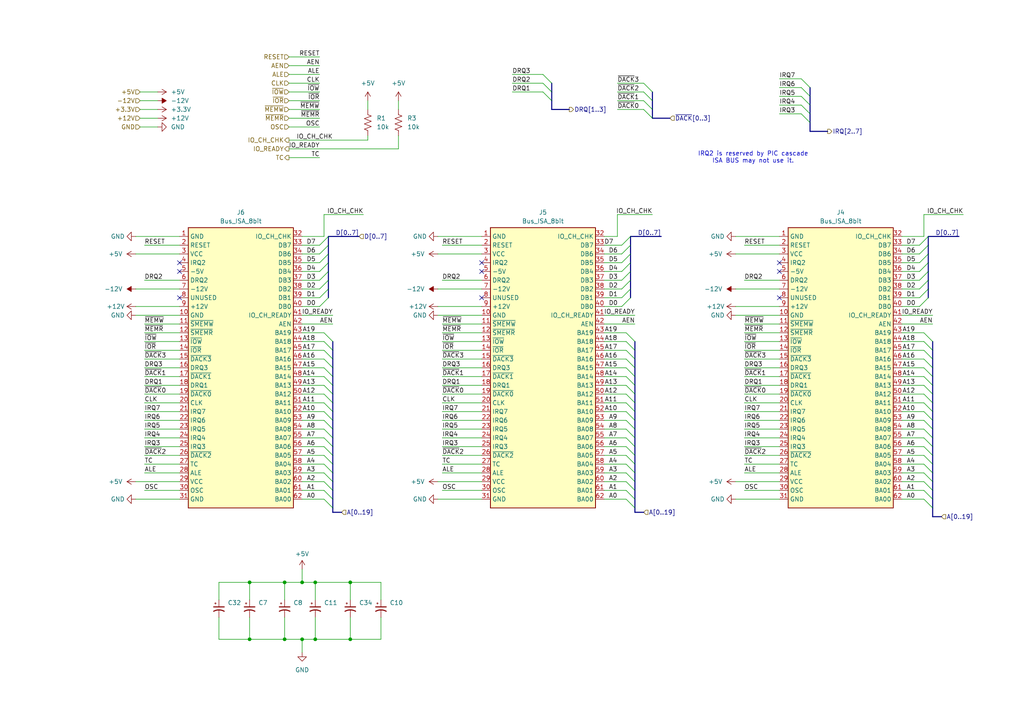
<source format=kicad_sch>
(kicad_sch (version 20231120) (generator "eeschema") (generator_version "8.0")
  (paper "A4")
  (lib_symbols
    (symbol "Custom:Bus_ISA_8bit_Host"
      (property "Reference" "J" (at 0 42.545 0))
      (property "Value" "Bus_ISA_8bit_Host" (at 0 -42.545 0))
      (symbol "Bus_ISA_8bit_Host_0_1"
        (rectangle (start -15.24 40.64) (end 15.24 -40.64) (stroke (width 0.254)) (fill (type background)))
      )
      (symbol "Bus_ISA_8bit_Host_1_1"
        (pin power_in line (at -17.78 38.1 0) (length 2.54) (name "GND") (number "1"))
        (pin power_in line (at -17.78 15.24 0) (length 2.54) (name "GND") (number "10"))
        (pin input line (at -17.78 12.7 0) (length 2.54) (name "~{SMEMW}") (number "11"))
        (pin input line (at -17.78 10.16 0) (length 2.54) (name "~{SMEMR}") (number "12"))
        (pin input line (at -17.78 7.62 0) (length 2.54) (name "~{IOW}") (number "13"))
        (pin input line (at -17.78 5.08 0) (length 2.54) (name "~{IOR}") (number "14"))
        (pin input line (at -17.78 2.54 0) (length 2.54) (name "~{DACK3}") (number "15"))
        (pin tri_state line (at -17.78 0 0) (length 2.54) (name "DRQ3") (number "16"))
        (pin input line (at -17.78 -2.54 0) (length 2.54) (name "~{DACK1}") (number "17"))
        (pin tri_state line (at -17.78 -5.08 0) (length 2.54) (name "DRQ1") (number "18"))
        (pin input line (at -17.78 -7.62 0) (length 2.54) (name "~{DACK0}") (number "19"))
        (pin input line (at -17.78 35.56 0) (length 2.54) (name "RESET") (number "2"))
        (pin input line (at -17.78 -10.16 0) (length 2.54) (name "CLK") (number "20"))
        (pin tri_state line (at -17.78 -12.7 0) (length 2.54) (name "IRQ7") (number "21"))
        (pin tri_state line (at -17.78 -15.24 0) (length 2.54) (name "IRQ6") (number "22"))
        (pin tri_state line (at -17.78 -17.78 0) (length 2.54) (name "IRQ5") (number "23"))
        (pin tri_state line (at -17.78 -20.32 0) (length 2.54) (name "IRQ4") (number "24"))
        (pin tri_state line (at -17.78 -22.86 0) (length 2.54) (name "IRQ3") (number "25"))
        (pin input line (at -17.78 -25.4 0) (length 2.54) (name "~{DACK2}") (number "26"))
        (pin input line (at -17.78 -27.94 0) (length 2.54) (name "TC") (number "27"))
        (pin input line (at -17.78 -30.48 0) (length 2.54) (name "ALE") (number "28"))
        (pin power_in line (at -17.78 -33.02 0) (length 2.54) (name "VCC") (number "29"))
        (pin power_in line (at -17.78 33.02 0) (length 2.54) (name "VCC") (number "3"))
        (pin input line (at -17.78 -35.56 0) (length 2.54) (name "OSC") (number "30"))
        (pin power_in line (at -17.78 -38.1 0) (length 2.54) (name "GND") (number "31"))
        (pin tri_state line (at 17.78 38.1 180) (length 2.54) (name "IO_CH_CHK") (number "32"))
        (pin tri_state line (at 17.78 35.56 180) (length 2.54) (name "DB7") (number "33"))
        (pin tri_state line (at 17.78 33.02 180) (length 2.54) (name "DB6") (number "34"))
        (pin tri_state line (at 17.78 30.48 180) (length 2.54) (name "DB5") (number "35"))
        (pin tri_state line (at 17.78 27.94 180) (length 2.54) (name "DB4") (number "36"))
        (pin tri_state line (at 17.78 25.4 180) (length 2.54) (name "DB3") (number "37"))
        (pin tri_state line (at 17.78 22.86 180) (length 2.54) (name "DB2") (number "38"))
        (pin tri_state line (at 17.78 20.32 180) (length 2.54) (name "DB1") (number "39"))
        (pin tri_state line (at -17.78 30.48 0) (length 2.54) (name "IRQ2") (number "4"))
        (pin tri_state line (at 17.78 17.78 180) (length 2.54) (name "DB0") (number "40"))
        (pin tri_state line (at 17.78 15.24 180) (length 2.54) (name "IO_CH_READY") (number "41"))
        (pin input line (at 17.78 12.7 180) (length 2.54) (name "AEN") (number "42"))
        (pin tri_state line (at 17.78 10.16 180) (length 2.54) (name "BA19") (number "43"))
        (pin tri_state line (at 17.78 7.62 180) (length 2.54) (name "BA18") (number "44"))
        (pin tri_state line (at 17.78 5.08 180) (length 2.54) (name "BA17") (number "45"))
        (pin tri_state line (at 17.78 2.54 180) (length 2.54) (name "BA16") (number "46"))
        (pin tri_state line (at 17.78 0 180) (length 2.54) (name "BA15") (number "47"))
        (pin tri_state line (at 17.78 -2.54 180) (length 2.54) (name "BA14") (number "48"))
        (pin tri_state line (at 17.78 -5.08 180) (length 2.54) (name "BA13") (number "49"))
        (pin power_in line (at -17.78 27.94 0) (length 2.54) (name "-5V") (number "5"))
        (pin tri_state line (at 17.78 -7.62 180) (length 2.54) (name "BA12") (number "50"))
        (pin tri_state line (at 17.78 -10.16 180) (length 2.54) (name "BA11") (number "51"))
        (pin tri_state line (at 17.78 -12.7 180) (length 2.54) (name "BA10") (number "52"))
        (pin tri_state line (at 17.78 -15.24 180) (length 2.54) (name "BA09") (number "53"))
        (pin tri_state line (at 17.78 -17.78 180) (length 2.54) (name "BA08") (number "54"))
        (pin tri_state line (at 17.78 -20.32 180) (length 2.54) (name "BA07") (number "55"))
        (pin tri_state line (at 17.78 -22.86 180) (length 2.54) (name "BA06") (number "56"))
        (pin tri_state line (at 17.78 -25.4 180) (length 2.54) (name "BA05") (number "57"))
        (pin tri_state line (at 17.78 -27.94 180) (length 2.54) (name "BA04") (number "58"))
        (pin tri_state line (at 17.78 -30.48 180) (length 2.54) (name "BA03") (number "59"))
        (pin tri_state line (at -17.78 25.4 0) (length 2.54) (name "DRQ2") (number "6"))
        (pin tri_state line (at 17.78 -33.02 180) (length 2.54) (name "BA02") (number "60"))
        (pin tri_state line (at 17.78 -35.56 180) (length 2.54) (name "BA01") (number "61"))
        (pin tri_state line (at 17.78 -38.1 180) (length 2.54) (name "BA00") (number "62"))
        (pin power_in line (at -17.78 22.86 0) (length 2.54) (name "-12V") (number "7"))
        (pin passive line (at -17.78 20.32 0) (length 2.54) (name "UNUSED") (number "8"))
        (pin power_in line (at -17.78 17.78 0) (length 2.54) (name "+12V") (number "9"))
      )
    )
    (symbol "Device:C_Polarized_Small_US" (pin_numbers hide) (pin_names (offset 0.254) hide)
      (property "Reference" "C" (at 0.254 1.778 0))
      (property "Value" "C_Polarized_Small_US" (at 0.254 -2.032 0))
      (symbol "C_Polarized_Small_US_0_1"
        (polyline (pts (xy -1.524 0.508) (xy 1.524 0.508)) (stroke (width 0.3048)))
        (polyline (pts (xy -1.27 1.524) (xy -0.762 1.524)))
        (polyline (pts (xy -1.016 1.27) (xy -1.016 1.778)))
        (arc (start 1.524 -0.762) (mid 0 -0.3734) (end -1.524 -0.762) (stroke (width 0.3048)))
      )
      (symbol "C_Polarized_Small_US_1_1"
        (pin passive line (at 0 2.54 270) (length 2.032) (name "~") (number "1"))
        (pin passive line (at 0 -2.54 90) (length 2.032) (name "~") (number "2"))
      )
    )
    (symbol "Device:R_US" (pin_numbers hide) (pin_names (offset 0))
      (property "Reference" "R" (at 2.54 0 90))
      (property "Value" "R_US" (at -2.54 0 90))
      (symbol "R_US_0_1"
        (polyline (pts (xy 0 -2.286) (xy 0 -2.54)))
        (polyline (pts (xy 0 2.286) (xy 0 2.54)))
        (polyline (pts (xy 0 -0.762) (xy 1.016 -1.143) (xy 0 -1.524) (xy -1.016 -1.905) (xy 0 -2.286)))
        (polyline (pts (xy 0 0.762) (xy 1.016 0.381) (xy 0 0) (xy -1.016 -0.381) (xy 0 -0.762)))
        (polyline (pts (xy 0 2.286) (xy 1.016 1.905) (xy 0 1.524) (xy -1.016 1.143) (xy 0 0.762)))
      )
      (symbol "R_US_1_1"
        (pin passive line (at 0 3.81 270) (length 1.27) (name "~") (number "1"))
        (pin passive line (at 0 -3.81 90) (length 1.27) (name "~") (number "2"))
      )
    )
    (symbol "power:+12V" (power) (pin_names (offset 0))
      (property "Value" "+12V" (at 0 3.556 0))
      (symbol "+12V_0_1"
        (polyline (pts (xy -0.762 1.27) (xy 0 2.54)))
        (polyline (pts (xy 0 0) (xy 0 2.54)))
        (polyline (pts (xy 0 2.54) (xy 0.762 1.27)))
      )
      (symbol "+12V_1_1"
        (pin power_in line (at 0 0 90) (length 0) hide (name "+12V") (number "1"))
      )
    )
    (symbol "power:+3.3V" (power) (pin_names (offset 0))
      (property "Value" "+3.3V" (at 0 3.556 0))
      (symbol "+3.3V_0_1"
        (polyline (pts (xy -0.762 1.27) (xy 0 2.54)))
        (polyline (pts (xy 0 0) (xy 0 2.54)))
        (polyline (pts (xy 0 2.54) (xy 0.762 1.27)))
      )
      (symbol "+3.3V_1_1"
        (pin power_in line (at 0 0 90) (length 0) hide (name "+3.3V") (number "1"))
      )
    )
    (symbol "power:+5V" (power) (pin_names (offset 0))
      (property "Value" "+5V" (at 0 3.556 0))
      (symbol "+5V_0_1"
        (polyline (pts (xy -0.762 1.27) (xy 0 2.54)))
        (polyline (pts (xy 0 0) (xy 0 2.54)))
        (polyline (pts (xy 0 2.54) (xy 0.762 1.27)))
      )
      (symbol "+5V_1_1"
        (pin power_in line (at 0 0 90) (length 0) hide (name "+5V") (number "1"))
      )
    )
    (symbol "power:-12V" (power) (pin_names (offset 0))
      (property "Value" "-12V" (at 0 3.81 0))
      (symbol "-12V_0_0"
        (pin power_in line (at 0 0 90) (length 0) hide (name "-12V") (number "1"))
      )
      (symbol "-12V_0_1"
        (polyline (pts (xy 0 0) (xy 0 1.27) (xy 0.762 1.27) (xy 0 2.54) (xy -0.762 1.27) (xy 0 1.27)) (fill (type outline)))
      )
    )
    (symbol "power:GND" (power) (pin_names (offset 0))
      (property "Value" "GND" (at 0 -3.81 0))
      (symbol "GND_0_1"
        (polyline (pts (xy 0 0) (xy 0 -1.27) (xy 1.27 -1.27) (xy 0 -2.54) (xy -1.27 -1.27) (xy 0 -1.27)))
      )
      (symbol "GND_1_1"
        (pin power_in line (at 0 0 270) (length 0) hide (name "GND") (number "1"))
      )
    )
  )
  (junction (at 101.6 168.91))
  (junction (at 91.44 185.42))
  (junction (at 72.39 168.91))
  (junction (at 87.63 168.91))
  (junction (at 87.63 185.42))
  (junction (at 91.44 168.91))
  (junction (at 72.39 185.42))
  (junction (at 82.55 185.42))
  (junction (at 101.6 185.42))
  (junction (at 82.55 168.91))
  (no_connect (at 226.06 78.74))
  (no_connect (at 52.07 78.74))
  (no_connect (at 139.7 78.74))
  (no_connect (at 226.06 76.2))
  (no_connect (at 52.07 76.2))
  (no_connect (at 139.7 86.36))
  (no_connect (at 52.07 86.36))
  (no_connect (at 226.06 86.36))
  (no_connect (at 139.7 76.2))
  (bus_entry (at 184.15 101.6) (size -2.54 -2.54))
  (bus_entry (at 96.52 116.84) (size -2.54 -2.54))
  (bus_entry (at 266.7 78.74) (size 2.54 -2.54))
  (bus_entry (at 96.52 142.24) (size -2.54 -2.54))
  (bus_entry (at 184.15 114.3) (size -2.54 -2.54))
  (bus_entry (at 266.7 76.2) (size 2.54 -2.54))
  (bus_entry (at 184.15 109.22) (size -2.54 -2.54))
  (bus_entry (at 270.51 142.24) (size -2.54 -2.54))
  (bus_entry (at 186.69 24.13) (size 2.54 2.54))
  (bus_entry (at 180.34 76.2) (size 2.54 -2.54))
  (bus_entry (at 180.34 83.82) (size 2.54 -2.54))
  (bus_entry (at 96.52 99.06) (size -2.54 -2.54))
  (bus_entry (at 270.51 116.84) (size -2.54 -2.54))
  (bus_entry (at 232.41 27.94) (size 2.54 2.54))
  (bus_entry (at 92.71 81.28) (size 2.54 -2.54))
  (bus_entry (at 270.51 104.14) (size -2.54 -2.54))
  (bus_entry (at 270.51 132.08) (size -2.54 -2.54))
  (bus_entry (at 184.15 121.92) (size -2.54 -2.54))
  (bus_entry (at 270.51 144.78) (size -2.54 -2.54))
  (bus_entry (at 270.51 106.68) (size -2.54 -2.54))
  (bus_entry (at 157.48 21.59) (size 2.54 2.54))
  (bus_entry (at 186.69 29.21) (size 2.54 2.54))
  (bus_entry (at 96.52 109.22) (size -2.54 -2.54))
  (bus_entry (at 184.15 142.24) (size -2.54 -2.54))
  (bus_entry (at 270.51 134.62) (size -2.54 -2.54))
  (bus_entry (at 96.52 144.78) (size -2.54 -2.54))
  (bus_entry (at 184.15 127) (size -2.54 -2.54))
  (bus_entry (at 270.51 139.7) (size -2.54 -2.54))
  (bus_entry (at 184.15 116.84) (size -2.54 -2.54))
  (bus_entry (at 92.71 83.82) (size 2.54 -2.54))
  (bus_entry (at 270.51 121.92) (size -2.54 -2.54))
  (bus_entry (at 157.48 24.13) (size 2.54 2.54))
  (bus_entry (at 184.15 129.54) (size -2.54 -2.54))
  (bus_entry (at 270.51 137.16) (size -2.54 -2.54))
  (bus_entry (at 270.51 119.38) (size -2.54 -2.54))
  (bus_entry (at 96.52 104.14) (size -2.54 -2.54))
  (bus_entry (at 96.52 129.54) (size -2.54 -2.54))
  (bus_entry (at 232.41 33.02) (size 2.54 2.54))
  (bus_entry (at 232.41 30.48) (size 2.54 2.54))
  (bus_entry (at 266.7 81.28) (size 2.54 -2.54))
  (bus_entry (at 180.34 73.66) (size 2.54 -2.54))
  (bus_entry (at 266.7 73.66) (size 2.54 -2.54))
  (bus_entry (at 96.52 124.46) (size -2.54 -2.54))
  (bus_entry (at 184.15 144.78) (size -2.54 -2.54))
  (bus_entry (at 96.52 111.76) (size -2.54 -2.54))
  (bus_entry (at 96.52 132.08) (size -2.54 -2.54))
  (bus_entry (at 270.51 147.32) (size -2.54 -2.54))
  (bus_entry (at 92.71 73.66) (size 2.54 -2.54))
  (bus_entry (at 96.52 127) (size -2.54 -2.54))
  (bus_entry (at 186.69 26.67) (size 2.54 2.54))
  (bus_entry (at 96.52 134.62) (size -2.54 -2.54))
  (bus_entry (at 184.15 124.46) (size -2.54 -2.54))
  (bus_entry (at 184.15 147.32) (size -2.54 -2.54))
  (bus_entry (at 266.7 83.82) (size 2.54 -2.54))
  (bus_entry (at 92.71 78.74) (size 2.54 -2.54))
  (bus_entry (at 96.52 137.16) (size -2.54 -2.54))
  (bus_entry (at 92.71 88.9) (size 2.54 -2.54))
  (bus_entry (at 180.34 81.28) (size 2.54 -2.54))
  (bus_entry (at 270.51 101.6) (size -2.54 -2.54))
  (bus_entry (at 96.52 147.32) (size -2.54 -2.54))
  (bus_entry (at 270.51 124.46) (size -2.54 -2.54))
  (bus_entry (at 184.15 132.08) (size -2.54 -2.54))
  (bus_entry (at 270.51 127) (size -2.54 -2.54))
  (bus_entry (at 96.52 114.3) (size -2.54 -2.54))
  (bus_entry (at 232.41 22.86) (size 2.54 2.54))
  (bus_entry (at 184.15 139.7) (size -2.54 -2.54))
  (bus_entry (at 270.51 129.54) (size -2.54 -2.54))
  (bus_entry (at 92.71 76.2) (size 2.54 -2.54))
  (bus_entry (at 180.34 78.74) (size 2.54 -2.54))
  (bus_entry (at 180.34 86.36) (size 2.54 -2.54))
  (bus_entry (at 184.15 134.62) (size -2.54 -2.54))
  (bus_entry (at 266.7 71.12) (size 2.54 -2.54))
  (bus_entry (at 232.41 25.4) (size 2.54 2.54))
  (bus_entry (at 184.15 104.14) (size -2.54 -2.54))
  (bus_entry (at 184.15 106.68) (size -2.54 -2.54))
  (bus_entry (at 184.15 99.06) (size -2.54 -2.54))
  (bus_entry (at 266.7 88.9) (size 2.54 -2.54))
  (bus_entry (at 184.15 111.76) (size -2.54 -2.54))
  (bus_entry (at 184.15 119.38) (size -2.54 -2.54))
  (bus_entry (at 270.51 114.3) (size -2.54 -2.54))
  (bus_entry (at 157.48 26.67) (size 2.54 2.54))
  (bus_entry (at 266.7 86.36) (size 2.54 -2.54))
  (bus_entry (at 92.71 71.12) (size 2.54 -2.54))
  (bus_entry (at 270.51 99.06) (size -2.54 -2.54))
  (bus_entry (at 180.34 71.12) (size 2.54 -2.54))
  (bus_entry (at 180.34 88.9) (size 2.54 -2.54))
  (bus_entry (at 96.52 119.38) (size -2.54 -2.54))
  (bus_entry (at 96.52 139.7) (size -2.54 -2.54))
  (bus_entry (at 186.69 31.75) (size 2.54 2.54))
  (bus_entry (at 92.71 86.36) (size 2.54 -2.54))
  (bus_entry (at 96.52 121.92) (size -2.54 -2.54))
  (bus_entry (at 184.15 137.16) (size -2.54 -2.54))
  (bus_entry (at 96.52 101.6) (size -2.54 -2.54))
  (bus_entry (at 96.52 106.68) (size -2.54 -2.54))
  (bus_entry (at 270.51 111.76) (size -2.54 -2.54))
  (bus_entry (at 270.51 109.22) (size -2.54 -2.54))
  (wire (pts (xy 63.5 173.99) (xy 63.5 168.91)))
  (wire (pts (xy 128.27 109.22) (xy 139.7 109.22)))
  (wire (pts (xy 83.82 31.75) (xy 92.71 31.75)))
  (bus (pts (xy 184.15 101.6) (xy 184.15 104.14)))
  (wire (pts (xy 181.61 139.7) (xy 175.26 139.7)))
  (bus (pts (xy 95.25 78.74) (xy 95.25 76.2)))
  (wire (pts (xy 63.5 179.07) (xy 63.5 185.42)))
  (wire (pts (xy 181.61 116.84) (xy 175.26 116.84)))
  (bus (pts (xy 270.51 147.32) (xy 270.51 149.86)))
  (wire (pts (xy 128.27 134.62) (xy 139.7 134.62)))
  (wire (pts (xy 226.06 30.48) (xy 232.41 30.48)))
  (wire (pts (xy 267.97 111.76) (xy 261.62 111.76)))
  (wire (pts (xy 91.44 168.91) (xy 101.6 168.91)))
  (wire (pts (xy 128.27 106.68) (xy 139.7 106.68)))
  (wire (pts (xy 72.39 179.07) (xy 72.39 185.42)))
  (wire (pts (xy 175.26 78.74) (xy 180.34 78.74)))
  (wire (pts (xy 93.98 137.16) (xy 87.63 137.16)))
  (bus (pts (xy 182.88 78.74) (xy 182.88 76.2)))
  (wire (pts (xy 87.63 86.36) (xy 92.71 86.36)))
  (bus (pts (xy 234.95 33.02) (xy 234.95 35.56)))
  (wire (pts (xy 93.98 62.23) (xy 105.41 62.23)))
  (wire (pts (xy 175.26 71.12) (xy 180.34 71.12)))
  (wire (pts (xy 226.06 33.02) (xy 232.41 33.02)))
  (wire (pts (xy 41.91 116.84) (xy 52.07 116.84)))
  (wire (pts (xy 83.82 29.21) (xy 92.71 29.21)))
  (bus (pts (xy 270.51 137.16) (xy 270.51 139.7)))
  (wire (pts (xy 181.61 101.6) (xy 175.26 101.6)))
  (wire (pts (xy 261.62 81.28) (xy 266.7 81.28)))
  (wire (pts (xy 93.98 109.22) (xy 87.63 109.22)))
  (bus (pts (xy 270.51 114.3) (xy 270.51 116.84)))
  (bus (pts (xy 96.52 124.46) (xy 96.52 127)))
  (wire (pts (xy 39.37 144.78) (xy 52.07 144.78)))
  (wire (pts (xy 41.91 134.62) (xy 52.07 134.62)))
  (wire (pts (xy 215.9 121.92) (xy 226.06 121.92)))
  (wire (pts (xy 128.27 81.28) (xy 139.7 81.28)))
  (bus (pts (xy 184.15 139.7) (xy 184.15 142.24)))
  (wire (pts (xy 215.9 119.38) (xy 226.06 119.38)))
  (wire (pts (xy 101.6 179.07) (xy 101.6 185.42)))
  (bus (pts (xy 95.25 81.28) (xy 95.25 78.74)))
  (bus (pts (xy 270.51 142.24) (xy 270.51 144.78)))
  (wire (pts (xy 267.97 129.54) (xy 261.62 129.54)))
  (wire (pts (xy 267.97 119.38) (xy 261.62 119.38)))
  (wire (pts (xy 83.82 24.13) (xy 92.71 24.13)))
  (wire (pts (xy 93.98 68.58) (xy 87.63 68.58)))
  (wire (pts (xy 39.37 73.66) (xy 52.07 73.66)))
  (wire (pts (xy 93.98 134.62) (xy 87.63 134.62)))
  (wire (pts (xy 267.97 62.23) (xy 279.4 62.23)))
  (wire (pts (xy 128.27 99.06) (xy 139.7 99.06)))
  (wire (pts (xy 82.55 185.42) (xy 87.63 185.42)))
  (bus (pts (xy 99.06 148.59) (xy 96.52 148.59)))
  (bus (pts (xy 182.88 73.66) (xy 182.88 71.12)))
  (wire (pts (xy 148.59 21.59) (xy 157.48 21.59)))
  (wire (pts (xy 213.36 88.9) (xy 226.06 88.9)))
  (wire (pts (xy 267.97 132.08) (xy 261.62 132.08)))
  (wire (pts (xy 41.91 96.52) (xy 52.07 96.52)))
  (wire (pts (xy 267.97 142.24) (xy 261.62 142.24)))
  (wire (pts (xy 41.91 101.6) (xy 52.07 101.6)))
  (bus (pts (xy 184.15 116.84) (xy 184.15 119.38)))
  (wire (pts (xy 128.27 129.54) (xy 139.7 129.54)))
  (bus (pts (xy 96.52 142.24) (xy 96.52 144.78)))
  (wire (pts (xy 128.27 121.92) (xy 139.7 121.92)))
  (wire (pts (xy 175.26 81.28) (xy 180.34 81.28)))
  (bus (pts (xy 184.15 99.06) (xy 184.15 101.6)))
  (wire (pts (xy 87.63 83.82) (xy 92.71 83.82)))
  (wire (pts (xy 179.07 26.67) (xy 186.69 26.67)))
  (wire (pts (xy 215.9 114.3) (xy 226.06 114.3)))
  (wire (pts (xy 83.82 16.51) (xy 92.71 16.51)))
  (wire (pts (xy 128.27 101.6) (xy 139.7 101.6)))
  (wire (pts (xy 175.26 73.66) (xy 180.34 73.66)))
  (bus (pts (xy 270.51 134.62) (xy 270.51 137.16)))
  (bus (pts (xy 270.51 144.78) (xy 270.51 147.32)))
  (wire (pts (xy 128.27 114.3) (xy 139.7 114.3)))
  (bus (pts (xy 160.02 31.75) (xy 165.1 31.75)))
  (wire (pts (xy 215.9 71.12) (xy 226.06 71.12)))
  (wire (pts (xy 261.62 83.82) (xy 266.7 83.82)))
  (wire (pts (xy 181.61 114.3) (xy 175.26 114.3)))
  (wire (pts (xy 39.37 83.82) (xy 52.07 83.82)))
  (bus (pts (xy 234.95 35.56) (xy 234.95 38.1)))
  (bus (pts (xy 184.15 134.62) (xy 184.15 137.16)))
  (wire (pts (xy 179.07 24.13) (xy 186.69 24.13)))
  (bus (pts (xy 96.52 137.16) (xy 96.52 139.7)))
  (wire (pts (xy 91.44 179.07) (xy 91.44 185.42)))
  (wire (pts (xy 87.63 168.91) (xy 91.44 168.91)))
  (wire (pts (xy 93.98 144.78) (xy 87.63 144.78)))
  (bus (pts (xy 184.15 129.54) (xy 184.15 132.08)))
  (wire (pts (xy 40.64 36.83) (xy 45.72 36.83)))
  (bus (pts (xy 96.52 134.62) (xy 96.52 137.16)))
  (wire (pts (xy 87.63 76.2) (xy 92.71 76.2)))
  (bus (pts (xy 96.52 132.08) (xy 96.52 134.62)))
  (wire (pts (xy 261.62 93.98) (xy 270.51 93.98)))
  (wire (pts (xy 128.27 137.16) (xy 139.7 137.16)))
  (wire (pts (xy 82.55 179.07) (xy 82.55 185.42)))
  (bus (pts (xy 184.15 106.68) (xy 184.15 109.22)))
  (wire (pts (xy 179.07 62.23) (xy 189.23 62.23)))
  (wire (pts (xy 181.61 134.62) (xy 175.26 134.62)))
  (bus (pts (xy 95.25 71.12) (xy 95.25 68.58)))
  (wire (pts (xy 267.97 116.84) (xy 261.62 116.84)))
  (wire (pts (xy 267.97 144.78) (xy 261.62 144.78)))
  (wire (pts (xy 83.82 34.29) (xy 92.71 34.29)))
  (wire (pts (xy 267.97 121.92) (xy 261.62 121.92)))
  (wire (pts (xy 215.9 96.52) (xy 226.06 96.52)))
  (wire (pts (xy 175.26 91.44) (xy 184.15 91.44)))
  (bus (pts (xy 182.88 71.12) (xy 182.88 68.58)))
  (wire (pts (xy 82.55 168.91) (xy 87.63 168.91)))
  (bus (pts (xy 184.15 137.16) (xy 184.15 139.7)))
  (wire (pts (xy 215.9 81.28) (xy 226.06 81.28)))
  (wire (pts (xy 41.91 93.98) (xy 52.07 93.98)))
  (bus (pts (xy 96.52 147.32) (xy 96.52 148.59)))
  (wire (pts (xy 215.9 142.24) (xy 226.06 142.24)))
  (wire (pts (xy 215.9 101.6) (xy 226.06 101.6)))
  (wire (pts (xy 41.91 127) (xy 52.07 127)))
  (wire (pts (xy 83.82 36.83) (xy 92.71 36.83)))
  (wire (pts (xy 128.27 104.14) (xy 139.7 104.14)))
  (wire (pts (xy 91.44 173.99) (xy 91.44 168.91)))
  (wire (pts (xy 40.64 26.67) (xy 45.72 26.67)))
  (wire (pts (xy 93.98 142.24) (xy 87.63 142.24)))
  (bus (pts (xy 184.15 144.78) (xy 184.15 147.32)))
  (wire (pts (xy 215.9 127) (xy 226.06 127)))
  (bus (pts (xy 96.52 114.3) (xy 96.52 116.84)))
  (wire (pts (xy 215.9 99.06) (xy 226.06 99.06)))
  (wire (pts (xy 179.07 31.75) (xy 186.69 31.75)))
  (bus (pts (xy 270.51 121.92) (xy 270.51 124.46)))
  (wire (pts (xy 226.06 27.94) (xy 232.41 27.94)))
  (wire (pts (xy 226.06 25.4) (xy 232.41 25.4)))
  (wire (pts (xy 127 144.78) (xy 139.7 144.78)))
  (wire (pts (xy 128.27 132.08) (xy 139.7 132.08)))
  (bus (pts (xy 191.77 68.58) (xy 182.88 68.58)))
  (wire (pts (xy 267.97 68.58) (xy 261.62 68.58)))
  (bus (pts (xy 184.15 119.38) (xy 184.15 121.92)))
  (bus (pts (xy 184.15 132.08) (xy 184.15 134.62)))
  (wire (pts (xy 181.61 109.22) (xy 175.26 109.22)))
  (wire (pts (xy 41.91 114.3) (xy 52.07 114.3)))
  (wire (pts (xy 261.62 88.9) (xy 266.7 88.9)))
  (wire (pts (xy 41.91 81.28) (xy 52.07 81.28)))
  (wire (pts (xy 115.57 43.18) (xy 115.57 39.37)))
  (bus (pts (xy 184.15 147.32) (xy 184.15 148.59)))
  (wire (pts (xy 82.55 173.99) (xy 82.55 168.91)))
  (wire (pts (xy 181.61 142.24) (xy 175.26 142.24)))
  (wire (pts (xy 93.98 99.06) (xy 87.63 99.06)))
  (wire (pts (xy 213.36 68.58) (xy 226.06 68.58)))
  (wire (pts (xy 127 73.66) (xy 139.7 73.66)))
  (bus (pts (xy 269.24 81.28) (xy 269.24 78.74)))
  (wire (pts (xy 93.98 104.14) (xy 87.63 104.14)))
  (wire (pts (xy 215.9 129.54) (xy 226.06 129.54)))
  (wire (pts (xy 93.98 127) (xy 87.63 127)))
  (wire (pts (xy 110.49 173.99) (xy 110.49 168.91)))
  (bus (pts (xy 184.15 142.24) (xy 184.15 144.78)))
  (wire (pts (xy 106.68 40.64) (xy 106.68 39.37)))
  (bus (pts (xy 96.52 129.54) (xy 96.52 132.08)))
  (wire (pts (xy 267.97 114.3) (xy 261.62 114.3)))
  (wire (pts (xy 215.9 124.46) (xy 226.06 124.46)))
  (wire (pts (xy 83.82 21.59) (xy 92.71 21.59)))
  (bus (pts (xy 160.02 29.21) (xy 160.02 31.75)))
  (bus (pts (xy 184.15 111.76) (xy 184.15 114.3)))
  (wire (pts (xy 175.26 86.36) (xy 180.34 86.36)))
  (bus (pts (xy 184.15 109.22) (xy 184.15 111.76)))
  (wire (pts (xy 41.91 106.68) (xy 52.07 106.68)))
  (bus (pts (xy 186.69 148.59) (xy 184.15 148.59)))
  (wire (pts (xy 40.64 34.29) (xy 45.72 34.29)))
  (bus (pts (xy 184.15 121.92) (xy 184.15 124.46)))
  (wire (pts (xy 63.5 168.91) (xy 72.39 168.91)))
  (wire (pts (xy 87.63 81.28) (xy 92.71 81.28)))
  (wire (pts (xy 39.37 68.58) (xy 52.07 68.58)))
  (wire (pts (xy 179.07 62.23) (xy 179.07 68.58)))
  (bus (pts (xy 270.51 119.38) (xy 270.51 121.92)))
  (wire (pts (xy 101.6 185.42) (xy 110.49 185.42)))
  (bus (pts (xy 234.95 38.1) (xy 240.03 38.1)))
  (wire (pts (xy 93.98 132.08) (xy 87.63 132.08)))
  (wire (pts (xy 267.97 99.06) (xy 261.62 99.06)))
  (wire (pts (xy 40.64 31.75) (xy 45.72 31.75)))
  (bus (pts (xy 269.24 73.66) (xy 269.24 71.12)))
  (wire (pts (xy 41.91 129.54) (xy 52.07 129.54)))
  (wire (pts (xy 128.27 142.24) (xy 139.7 142.24)))
  (wire (pts (xy 215.9 111.76) (xy 226.06 111.76)))
  (wire (pts (xy 41.91 111.76) (xy 52.07 111.76)))
  (bus (pts (xy 270.51 127) (xy 270.51 129.54)))
  (wire (pts (xy 181.61 144.78) (xy 175.26 144.78)))
  (wire (pts (xy 181.61 132.08) (xy 175.26 132.08)))
  (wire (pts (xy 213.36 73.66) (xy 226.06 73.66)))
  (bus (pts (xy 234.95 27.94) (xy 234.95 30.48)))
  (wire (pts (xy 115.57 29.21) (xy 115.57 31.75)))
  (bus (pts (xy 278.13 68.58) (xy 269.24 68.58)))
  (wire (pts (xy 267.97 124.46) (xy 261.62 124.46)))
  (bus (pts (xy 184.15 114.3) (xy 184.15 116.84)))
  (bus (pts (xy 95.25 83.82) (xy 95.25 81.28)))
  (wire (pts (xy 93.98 129.54) (xy 87.63 129.54)))
  (wire (pts (xy 41.91 121.92) (xy 52.07 121.92)))
  (bus (pts (xy 270.51 99.06) (xy 270.51 101.6)))
  (bus (pts (xy 189.23 31.75) (xy 189.23 34.29)))
  (bus (pts (xy 234.95 25.4) (xy 234.95 27.94)))
  (wire (pts (xy 93.98 116.84) (xy 87.63 116.84)))
  (wire (pts (xy 41.91 104.14) (xy 52.07 104.14)))
  (bus (pts (xy 269.24 78.74) (xy 269.24 76.2)))
  (wire (pts (xy 267.97 62.23) (xy 267.97 68.58)))
  (wire (pts (xy 93.98 119.38) (xy 87.63 119.38)))
  (wire (pts (xy 148.59 24.13) (xy 157.48 24.13)))
  (wire (pts (xy 72.39 185.42) (xy 82.55 185.42)))
  (wire (pts (xy 101.6 168.91) (xy 110.49 168.91)))
  (wire (pts (xy 93.98 101.6) (xy 87.63 101.6)))
  (wire (pts (xy 128.27 124.46) (xy 139.7 124.46)))
  (bus (pts (xy 96.52 104.14) (xy 96.52 106.68)))
  (wire (pts (xy 261.62 76.2) (xy 266.7 76.2)))
  (bus (pts (xy 96.52 121.92) (xy 96.52 124.46)))
  (wire (pts (xy 127 139.7) (xy 139.7 139.7)))
  (bus (pts (xy 96.52 127) (xy 96.52 129.54)))
  (wire (pts (xy 101.6 173.99) (xy 101.6 168.91)))
  (wire (pts (xy 267.97 101.6) (xy 261.62 101.6)))
  (wire (pts (xy 83.82 40.64) (xy 106.68 40.64)))
  (wire (pts (xy 87.63 185.42) (xy 91.44 185.42)))
  (wire (pts (xy 215.9 132.08) (xy 226.06 132.08)))
  (wire (pts (xy 127 88.9) (xy 139.7 88.9)))
  (wire (pts (xy 226.06 22.86) (xy 232.41 22.86)))
  (bus (pts (xy 96.52 101.6) (xy 96.52 104.14)))
  (wire (pts (xy 40.64 29.21) (xy 45.72 29.21)))
  (wire (pts (xy 83.82 26.67) (xy 92.71 26.67)))
  (bus (pts (xy 270.51 139.7) (xy 270.51 142.24)))
  (wire (pts (xy 93.98 121.92) (xy 87.63 121.92)))
  (wire (pts (xy 261.62 91.44) (xy 270.51 91.44)))
  (wire (pts (xy 87.63 91.44) (xy 96.52 91.44)))
  (wire (pts (xy 87.63 185.42) (xy 87.63 189.23)))
  (wire (pts (xy 41.91 99.06) (xy 52.07 99.06)))
  (wire (pts (xy 128.27 111.76) (xy 139.7 111.76)))
  (wire (pts (xy 83.82 19.05) (xy 92.71 19.05)))
  (bus (pts (xy 96.52 106.68) (xy 96.52 109.22)))
  (wire (pts (xy 87.63 88.9) (xy 92.71 88.9)))
  (bus (pts (xy 182.88 86.36) (xy 182.88 83.82)))
  (wire (pts (xy 213.36 139.7) (xy 226.06 139.7)))
  (bus (pts (xy 95.25 73.66) (xy 95.25 71.12)))
  (wire (pts (xy 128.27 116.84) (xy 139.7 116.84)))
  (wire (pts (xy 91.44 185.42) (xy 101.6 185.42)))
  (wire (pts (xy 41.91 137.16) (xy 52.07 137.16)))
  (wire (pts (xy 87.63 93.98) (xy 96.52 93.98)))
  (wire (pts (xy 127 91.44) (xy 139.7 91.44)))
  (wire (pts (xy 175.26 83.82) (xy 180.34 83.82)))
  (bus (pts (xy 96.52 99.06) (xy 96.52 101.6)))
  (wire (pts (xy 128.27 119.38) (xy 139.7 119.38)))
  (wire (pts (xy 267.97 106.68) (xy 261.62 106.68)))
  (wire (pts (xy 128.27 127) (xy 139.7 127)))
  (wire (pts (xy 261.62 71.12) (xy 266.7 71.12)))
  (bus (pts (xy 95.25 86.36) (xy 95.25 83.82)))
  (wire (pts (xy 127 68.58) (xy 139.7 68.58)))
  (wire (pts (xy 267.97 104.14) (xy 261.62 104.14)))
  (wire (pts (xy 93.98 62.23) (xy 93.98 68.58)))
  (wire (pts (xy 179.07 29.21) (xy 186.69 29.21)))
  (bus (pts (xy 270.51 116.84) (xy 270.51 119.38)))
  (wire (pts (xy 93.98 111.76) (xy 87.63 111.76)))
  (bus (pts (xy 160.02 26.67) (xy 160.02 29.21)))
  (wire (pts (xy 215.9 104.14) (xy 226.06 104.14)))
  (wire (pts (xy 39.37 88.9) (xy 52.07 88.9)))
  (bus (pts (xy 160.02 24.13) (xy 160.02 26.67)))
  (bus (pts (xy 270.51 101.6) (xy 270.51 104.14)))
  (wire (pts (xy 175.26 93.98) (xy 184.15 93.98)))
  (wire (pts (xy 267.97 139.7) (xy 261.62 139.7)))
  (bus (pts (xy 270.51 132.08) (xy 270.51 134.62)))
  (bus (pts (xy 96.52 109.22) (xy 96.52 111.76)))
  (bus (pts (xy 269.24 83.82) (xy 269.24 81.28)))
  (wire (pts (xy 181.61 96.52) (xy 175.26 96.52)))
  (wire (pts (xy 181.61 127) (xy 175.26 127)))
  (wire (pts (xy 213.36 83.82) (xy 226.06 83.82)))
  (wire (pts (xy 181.61 111.76) (xy 175.26 111.76)))
  (wire (pts (xy 41.91 119.38) (xy 52.07 119.38)))
  (bus (pts (xy 96.52 111.76) (xy 96.52 114.3)))
  (bus (pts (xy 270.51 111.76) (xy 270.51 114.3)))
  (wire (pts (xy 215.9 109.22) (xy 226.06 109.22)))
  (wire (pts (xy 267.97 137.16) (xy 261.62 137.16)))
  (wire (pts (xy 93.98 96.52) (xy 87.63 96.52)))
  (wire (pts (xy 179.07 68.58) (xy 175.26 68.58)))
  (wire (pts (xy 63.5 185.42) (xy 72.39 185.42)))
  (bus (pts (xy 95.25 76.2) (xy 95.25 73.66)))
  (bus (pts (xy 270.51 124.46) (xy 270.51 127)))
  (wire (pts (xy 39.37 139.7) (xy 52.07 139.7)))
  (wire (pts (xy 87.63 165.1) (xy 87.63 168.91)))
  (wire (pts (xy 181.61 106.68) (xy 175.26 106.68)))
  (wire (pts (xy 213.36 91.44) (xy 226.06 91.44)))
  (wire (pts (xy 72.39 173.99) (xy 72.39 168.91)))
  (bus (pts (xy 269.24 86.36) (xy 269.24 83.82)))
  (wire (pts (xy 181.61 124.46) (xy 175.26 124.46)))
  (bus (pts (xy 189.23 34.29) (xy 194.31 34.29)))
  (bus (pts (xy 182.88 83.82) (xy 182.88 81.28)))
  (bus (pts (xy 269.24 71.12) (xy 269.24 68.58)))
  (bus (pts (xy 189.23 26.67) (xy 189.23 29.21)))
  (wire (pts (xy 83.82 45.72) (xy 92.71 45.72)))
  (bus (pts (xy 96.52 119.38) (xy 96.52 121.92)))
  (wire (pts (xy 128.27 93.98) (xy 139.7 93.98)))
  (wire (pts (xy 72.39 168.91) (xy 82.55 168.91)))
  (wire (pts (xy 267.97 96.52) (xy 261.62 96.52)))
  (wire (pts (xy 87.63 78.74) (xy 92.71 78.74)))
  (wire (pts (xy 215.9 93.98) (xy 226.06 93.98)))
  (wire (pts (xy 128.27 71.12) (xy 139.7 71.12)))
  (bus (pts (xy 189.23 29.21) (xy 189.23 31.75)))
  (wire (pts (xy 267.97 134.62) (xy 261.62 134.62)))
  (wire (pts (xy 181.61 99.06) (xy 175.26 99.06)))
  (wire (pts (xy 215.9 137.16) (xy 226.06 137.16)))
  (wire (pts (xy 261.62 73.66) (xy 266.7 73.66)))
  (wire (pts (xy 106.68 29.21) (xy 106.68 31.75)))
  (wire (pts (xy 41.91 109.22) (xy 52.07 109.22)))
  (wire (pts (xy 41.91 124.46) (xy 52.07 124.46)))
  (bus (pts (xy 96.52 116.84) (xy 96.52 119.38)))
  (bus (pts (xy 270.51 104.14) (xy 270.51 106.68)))
  (bus (pts (xy 182.88 81.28) (xy 182.88 78.74)))
  (wire (pts (xy 39.37 91.44) (xy 52.07 91.44)))
  (wire (pts (xy 181.61 121.92) (xy 175.26 121.92)))
  (bus (pts (xy 184.15 124.46) (xy 184.15 127)))
  (wire (pts (xy 267.97 109.22) (xy 261.62 109.22)))
  (bus (pts (xy 184.15 127) (xy 184.15 129.54)))
  (wire (pts (xy 148.59 26.67) (xy 157.48 26.67)))
  (wire (pts (xy 128.27 96.52) (xy 139.7 96.52)))
  (wire (pts (xy 127 83.82) (xy 139.7 83.82)))
  (wire (pts (xy 93.98 106.68) (xy 87.63 106.68)))
  (wire (pts (xy 175.26 76.2) (xy 180.34 76.2)))
  (wire (pts (xy 181.61 119.38) (xy 175.26 119.38)))
  (wire (pts (xy 213.36 144.78) (xy 226.06 144.78)))
  (wire (pts (xy 87.63 71.12) (xy 92.71 71.12)))
  (wire (pts (xy 181.61 129.54) (xy 175.26 129.54)))
  (wire (pts (xy 93.98 139.7) (xy 87.63 139.7)))
  (wire (pts (xy 267.97 127) (xy 261.62 127)))
  (wire (pts (xy 215.9 106.68) (xy 226.06 106.68)))
  (bus (pts (xy 273.05 149.86) (xy 270.51 149.86)))
  (bus (pts (xy 96.52 144.78) (xy 96.52 147.32)))
  (wire (pts (xy 41.91 142.24) (xy 52.07 142.24)))
  (bus (pts (xy 270.51 106.68) (xy 270.51 109.22)))
  (bus (pts (xy 270.51 109.22) (xy 270.51 111.76)))
  (wire (pts (xy 83.82 43.18) (xy 115.57 43.18)))
  (wire (pts (xy 41.91 132.08) (xy 52.07 132.08)))
  (wire (pts (xy 93.98 114.3) (xy 87.63 114.3)))
  (bus (pts (xy 270.51 129.54) (xy 270.51 132.08)))
  (wire (pts (xy 261.62 86.36) (xy 266.7 86.36)))
  (bus (pts (xy 269.24 76.2) (xy 269.24 73.66)))
  (wire (pts (xy 87.63 73.66) (xy 92.71 73.66)))
  (wire (pts (xy 110.49 179.07) (xy 110.49 185.42)))
  (bus (pts (xy 96.52 139.7) (xy 96.52 142.24)))
  (wire (pts (xy 175.26 88.9) (xy 180.34 88.9)))
  (wire (pts (xy 181.61 137.16) (xy 175.26 137.16)))
  (bus (pts (xy 104.14 68.58) (xy 95.25 68.58)))
  (wire (pts (xy 41.91 71.12) (xy 52.07 71.12)))
  (bus (pts (xy 234.95 30.48) (xy 234.95 33.02)))
  (wire (pts (xy 215.9 116.84) (xy 226.06 116.84)))
  (bus (pts (xy 182.88 76.2) (xy 182.88 73.66)))
  (wire (pts (xy 93.98 124.46) (xy 87.63 124.46)))
  (bus (pts (xy 184.15 104.14) (xy 184.15 106.68)))
  (wire (pts (xy 215.9 134.62) (xy 226.06 134.62)))
  (wire (pts (xy 261.62 78.74) (xy 266.7 78.74)))
  (wire (pts (xy 181.61 104.14) (xy 175.26 104.14)))
  (text "IRQ2 is reserved by PIC cascade\nISA BUS may not use it." (at 218.44 45.72 0) (effects (font (size 1.27 1.27))))
  (label "A19" (at 91.44 96.52 180))
  (label "~{DACK}3" (at 41.91 104.14 0))
  (label "~{MEMW}" (at 92.71 31.75 180))
  (label "IRQ6" (at 215.9 121.92 0))
  (label "RESET" (at 215.9 71.12 0))
  (label "AEN" (at 92.71 19.05 180))
  (label "~{IOR}" (at 215.9 101.6 0))
  (label "A6" (at 265.43 129.54 180))
  (label "A14" (at 265.43 109.22 180))
  (label "A11" (at 91.44 116.84 180))
  (label "DRQ2" (at 148.59 24.13 0))
  (label "IO_READY" (at 92.71 43.18 180))
  (label "IRQ6" (at 41.91 121.92 0))
  (label "~{IOW}" (at 41.91 99.06 0))
  (label "TC" (at 41.91 134.62 0))
  (label "IO_CH_CHK" (at 279.4 62.23 180))
  (label "A12" (at 179.07 114.3 180))
  (label "ALE" (at 41.91 137.16 0))
  (label "A8" (at 179.07 124.46 180))
  (label "ALE" (at 215.9 137.16 0))
  (label "A9" (at 265.43 121.92 180))
  (label "D[0..7]" (at 191.77 68.58 180))
  (label "D5" (at 88.9 76.2 0))
  (label "AEN" (at 96.52 93.98 180))
  (label "D1" (at 176.53 86.36 0))
  (label "D[0..7]" (at 104.14 68.58 180))
  (label "~{MEMR}" (at 215.9 96.52 0))
  (label "IRQ7" (at 128.27 119.38 0))
  (label "A16" (at 265.43 104.14 180))
  (label "IO_CH_CHK" (at 96.52 40.64 180))
  (label "A14" (at 179.07 109.22 180))
  (label "A9" (at 91.44 121.92 180))
  (label "A3" (at 91.44 137.16 180))
  (label "D6" (at 176.53 73.66 0))
  (label "ALE" (at 92.71 21.59 180))
  (label "A8" (at 91.44 124.46 180))
  (label "A18" (at 265.43 99.06 180))
  (label "D1" (at 88.9 86.36 0))
  (label "A9" (at 179.07 121.92 180))
  (label "IRQ4" (at 41.91 127 0))
  (label "DRQ2" (at 41.91 81.28 0))
  (label "IRQ4" (at 226.06 30.48 0))
  (label "OSC" (at 92.71 36.83 180))
  (label "~{DACK}2" (at 41.91 132.08 0))
  (label "~{IOW}" (at 92.71 26.67 180))
  (label "A1" (at 265.43 142.24 180))
  (label "D6" (at 88.9 73.66 0))
  (label "A5" (at 265.43 132.08 180))
  (label "D0" (at 176.53 88.9 0))
  (label "RESET" (at 128.27 71.12 0))
  (label "A0" (at 91.44 144.78 180))
  (label "IRQ6" (at 128.27 121.92 0))
  (label "DRQ1" (at 215.9 111.76 0))
  (label "~{MEMW}" (at 215.9 93.98 0))
  (label "D6" (at 262.89 73.66 0))
  (label "A10" (at 179.07 119.38 180))
  (label "A7" (at 265.43 127 180))
  (label "IRQ3" (at 226.06 33.02 0))
  (label "D4" (at 88.9 78.74 0))
  (label "~{DACK}1" (at 179.07 29.21 0))
  (label "DRQ1" (at 41.91 111.76 0))
  (label "D0" (at 88.9 88.9 0))
  (label "A16" (at 91.44 104.14 180))
  (label "D0" (at 262.89 88.9 0))
  (label "A2" (at 91.44 139.7 180))
  (label "D[0..7]" (at 278.13 68.58 180))
  (label "~{MEMW}" (at 128.27 93.98 0))
  (label "DRQ3" (at 128.27 106.68 0))
  (label "~{DACK}0" (at 179.07 31.75 0))
  (label "A0" (at 265.43 144.78 180))
  (label "A13" (at 179.07 111.76 180))
  (label "IRQ5" (at 226.06 27.94 0))
  (label "D2" (at 176.53 83.82 0))
  (label "D3" (at 176.53 81.28 0))
  (label "A3" (at 179.07 137.16 180))
  (label "~{DACK}1" (at 215.9 109.22 0))
  (label "TC" (at 92.71 45.72 180))
  (label "A18" (at 179.07 99.06 180))
  (label "~{IOW}" (at 128.27 99.06 0))
  (label "OSC" (at 128.27 142.24 0))
  (label "A15" (at 91.44 106.68 180))
  (label "A8" (at 265.43 124.46 180))
  (label "AEN" (at 270.51 93.98 180))
  (label "D2" (at 88.9 83.82 0))
  (label "A6" (at 91.44 129.54 180))
  (label "IO_CH_CHK" (at 189.23 62.23 180))
  (label "A18" (at 91.44 99.06 180))
  (label "~{DACK}3" (at 179.07 24.13 0))
  (label "A2" (at 179.07 139.7 180))
  (label "D5" (at 176.53 76.2 0))
  (label "~{DACK}3" (at 215.9 104.14 0))
  (label "IRQ3" (at 128.27 129.54 0))
  (label "A5" (at 91.44 132.08 180))
  (label "~{DACK}3" (at 128.27 104.14 0))
  (label "IRQ7" (at 41.91 119.38 0))
  (label "D7" (at 175.26 71.12 0))
  (label "D4" (at 262.89 78.74 0))
  (label "~{DACK}0" (at 41.91 114.3 0))
  (label "A11" (at 179.07 116.84 180))
  (label "~{DACK}2" (at 179.07 26.67 0))
  (label "RESET" (at 41.91 71.12 0))
  (label "IRQ4" (at 128.27 127 0))
  (label "~{MEMW}" (at 41.91 93.98 0))
  (label "RESET" (at 92.71 16.51 180))
  (label "D2" (at 262.89 83.82 0))
  (label "A5" (at 179.07 132.08 180))
  (label "A4" (at 265.43 134.62 180))
  (label "IO_READY" (at 270.51 91.44 180))
  (label "ALE" (at 128.27 137.16 0))
  (label "A7" (at 91.44 127 180))
  (label "~{MEMR}" (at 92.71 34.29 180))
  (label "DRQ1" (at 128.27 111.76 0))
  (label "A19" (at 179.07 96.52 180))
  (label "A11" (at 265.43 116.84 180))
  (label "D7" (at 262.89 71.12 0))
  (label "~{IOR}" (at 41.91 101.6 0))
  (label "IO_CH_CHK" (at 105.41 62.23 180))
  (label "D1" (at 262.89 86.36 0))
  (label "~{DACK}1" (at 128.27 109.22 0))
  (label "A10" (at 91.44 119.38 180))
  (label "IO_READY" (at 96.52 91.44 180))
  (label "A17" (at 179.07 101.6 180))
  (label "IRQ7" (at 226.06 22.86 0))
  (label "~{DACK}0" (at 128.27 114.3 0))
  (label "A0" (at 179.07 144.78 180))
  (label "~{DACK}0" (at 215.9 114.3 0))
  (label "CLK" (at 215.9 116.84 0))
  (label "A17" (at 91.44 101.6 180))
  (label "A3" (at 265.43 137.16 180))
  (label "D3" (at 262.89 81.28 0))
  (label "A13" (at 91.44 111.76 180))
  (label "D4" (at 176.53 78.74 0))
  (label "CLK" (at 41.91 116.84 0))
  (label "A2" (at 265.43 139.7 180))
  (label "A15" (at 179.07 106.68 180))
  (label "~{IOW}" (at 215.9 99.06 0))
  (label "IRQ3" (at 41.91 129.54 0))
  (label "IRQ3" (at 215.9 129.54 0))
  (label "IRQ5" (at 41.91 124.46 0))
  (label "DRQ2" (at 128.27 81.28 0))
  (label "IO_READY" (at 184.15 91.44 180))
  (label "~{IOR}" (at 128.27 101.6 0))
  (label "A6" (at 179.07 129.54 180))
  (label "DRQ3" (at 215.9 106.68 0))
  (label "OSC" (at 215.9 142.24 0))
  (label "~{MEMR}" (at 128.27 96.52 0))
  (label "A12" (at 91.44 114.3 180))
  (label "IRQ4" (at 215.9 127 0))
  (label "A17" (at 265.43 101.6 180))
  (label "A15" (at 265.43 106.68 180))
  (label "~{IOR}" (at 92.71 29.21 180))
  (label "A14" (at 91.44 109.22 180))
  (label "A10" (at 265.43 119.38 180))
  (label "DRQ3" (at 148.59 21.59 0))
  (label "CLK" (at 92.71 24.13 180))
  (label "A4" (at 179.07 134.62 180))
  (label "DRQ1" (at 148.59 26.67 0))
  (label "A7" (at 179.07 127 180))
  (label "IRQ5" (at 128.27 124.46 0))
  (label "IRQ6" (at 226.06 25.4 0))
  (label "D7" (at 88.9 71.12 0))
  (label "DRQ2" (at 215.9 81.28 0))
  (label "~{DACK}2" (at 215.9 132.08 0))
  (label "~{DACK}2" (at 128.27 132.08 0))
  (label "D3" (at 88.9 81.28 0))
  (label "~{MEMR}" (at 41.91 96.52 0))
  (label "A13" (at 265.43 111.76 180))
  (label "A12" (at 265.43 114.3 180))
  (label "IRQ7" (at 215.9 119.38 0))
  (label "IRQ5" (at 215.9 124.46 0))
  (label "A1" (at 91.44 142.24 180))
  (label "OSC" (at 41.91 142.24 0))
  (label "~{DACK}1" (at 41.91 109.22 0))
  (label "A19" (at 265.43 96.52 180))
  (label "A16" (at 179.07 104.14 180))
  (label "DRQ3" (at 41.91 106.68 0))
  (label "TC" (at 215.9 134.62 0))
  (label "AEN" (at 184.15 93.98 180))
  (label "A4" (at 91.44 134.62 180))
  (label "TC" (at 128.27 134.62 0))
  (label "A1" (at 179.07 142.24 180))
  (label "CLK" (at 128.27 116.84 0))
  (label "D5" (at 262.89 76.2 0))
  (hierarchical_label "TC" (shape output) (at 83.82 45.72 180))
  (hierarchical_label "~{IOW}" (shape input) (at 83.82 26.67 180))
  (hierarchical_label "A[0..19]" (shape input) (at 186.69 148.59 0))
  (hierarchical_label "AEN" (shape input) (at 83.82 19.05 180))
  (hierarchical_label "IRQ[2..7]" (shape output) (at 240.03 38.1 0))
  (hierarchical_label "+12V" (shape input) (at 40.64 34.29 180))
  (hierarchical_label "OSC" (shape input) (at 83.82 36.83 180))
  (hierarchical_label "~{IOR}" (shape input) (at 83.82 29.21 180))
  (hierarchical_label "GND" (shape input) (at 40.64 36.83 180))
  (hierarchical_label "CLK" (shape input) (at 83.82 24.13 180))
  (hierarchical_label "ALE" (shape input) (at 83.82 21.59 180))
  (hierarchical_label "IO_CH_CHK" (shape output) (at 83.82 40.64 180))
  (hierarchical_label "+3.3V" (shape input) (at 40.64 31.75 180))
  (hierarchical_label "-12V" (shape input) (at 40.64 29.21 180))
  (hierarchical_label "~{DACK}[0..3]" (shape input) (at 194.31 34.29 0))
  (hierarchical_label "DRQ[1..3]" (shape output) (at 165.1 31.75 0))
  (hierarchical_label "IO_READY" (shape output) (at 83.82 43.18 180))
  (hierarchical_label "D[0..7]" (shape input) (at 104.14 68.58 0))
  (hierarchical_label "~{MEMR}" (shape input) (at 83.82 34.29 180))
  (hierarchical_label "RESET" (shape input) (at 83.82 16.51 180))
  (hierarchical_label "+5V" (shape input) (at 40.64 26.67 180))
  (hierarchical_label "~{MEMW}" (shape input) (at 83.82 31.75 180))
  (hierarchical_label "A[0..19]" (shape input) (at 99.06 148.59 0))
  (hierarchical_label "A[0..19]" (shape input) (at 273.05 149.86 0))
  (symbol (lib_id "power:GND") (at 87.63 189.23 0) (unit 1)
    (property "Reference" "#PWR0213" (effects (hide yes)))
    (property "Value" "GND" (at 87.63 194.31 0))
  )
  (symbol (lib_id "power:+12V") (at 127 88.9 90) (unit 1)
    (property "Reference" "#PWR0185" (effects (hide yes)))
    (property "Value" "+12V" (at 123.825 88.9 90) (effects (justify left)))
  )
  (symbol (lib_id "power:+5V") (at 213.36 73.66 90) (unit 1)
    (property "Reference" "#PWR0180" (effects (hide yes)))
    (property "Value" "+5V" (at 209.55 73.66 90) (effects (justify left)))
  )
  (symbol (lib_id "Device:R_US") (at 115.57 35.56 0) (unit 1)
    (property "Reference" "R3" (at 118.11 34.2899 0) (effects (justify left)))
    (property "Value" "10k" (at 118.11 36.8299 0) (effects (justify left)))
    (property "Footprint" "Resistor_SMD:R_0805_2012Metric" (effects (hide yes)))
  )
  (symbol (lib_id "power:+5V") (at 213.36 139.7 90) (unit 1)
    (property "Reference" "#PWR0192" (effects (hide yes)))
    (property "Value" "+5V" (at 209.55 139.7 90) (effects (justify left)))
  )
  (symbol (lib_id "power:GND") (at 127 68.58 270) (unit 1)
    (property "Reference" "#PWR0176" (effects (hide yes)))
    (property "Value" "GND" (at 123.825 68.58 90) (effects (justify right)))
  )
  (symbol (lib_id "power:GND") (at 39.37 144.78 270) (unit 1)
    (property "Reference" "#PWR0193" (effects (hide yes)))
    (property "Value" "GND" (at 36.195 144.78 90) (effects (justify right)))
  )
  (symbol (lib_id "power:GND") (at 213.36 91.44 270) (unit 1)
    (property "Reference" "#PWR0189" (effects (hide yes)))
    (property "Value" "GND" (at 210.185 91.44 90) (effects (justify right)))
  )
  (symbol (lib_id "Device:C_Polarized_Small_US") (at 72.39 176.53 0) (unit 1)
    (property "Reference" "C7" (at 74.93 174.8282 0) (effects (justify left)))
    (property "Value" "10UF 16V 20%" (effects (hide yes)))
    (property "Footprint" "Capacitor_SMD:CP_Elec_5x4.5" (effects (hide yes)))
    (property "Description" "UZT1E100MCL1GB -- Aluminum Electrolytic Capacitors - SMD 25volts 10uF AEC-Q200  " (effects (hide yes)))
  )
  (symbol (lib_id "power:-12V") (at 213.36 83.82 90) (unit 1)
    (property "Reference" "#PWR0183" (effects (hide yes)))
    (property "Value" "-12V" (at 209.55 83.82 90) (effects (justify left)))
  )
  (symbol (lib_id "power:GND") (at 39.37 91.44 270) (unit 1)
    (property "Reference" "#PWR0187" (effects (hide yes)))
    (property "Value" "GND" (at 36.195 91.44 90) (effects (justify right)))
  )
  (symbol (lib_id "power:+5V") (at 115.57 29.21 0) (unit 1)
    (property "Reference" "#PWR0222" (effects (hide yes)))
    (property "Value" "+5V" (at 115.57 24.13 0))
  )
  (symbol (lib_id "power:+3.3V") (at 45.72 31.75 270) (unit 1)
    (property "Reference" "#PWR0172" (effects (hide yes)))
    (property "Value" "+3.3V" (at 49.53 31.75 90) (effects (justify left)))
  )
  (symbol (lib_id "Device:C_Polarized_Small_US") (at 101.6 176.53 0) (unit 1)
    (property "Reference" "C34" (at 104.14 174.8282 0) (effects (justify left)))
    (property "Value" "10UF 16V 20%" (effects (hide yes)))
    (property "Footprint" "Capacitor_SMD:CP_Elec_5x4.5" (effects (hide yes)))
    (property "Description" "UZT1E100MCL1GB -- Aluminum Electrolytic Capacitors - SMD 25volts 10uF AEC-Q200  " (effects (hide yes)))
  )
  (symbol (lib_id "power:+12V") (at 213.36 88.9 90) (unit 1)
    (property "Reference" "#PWR0186" (effects (hide yes)))
    (property "Value" "+12V" (at 210.185 88.9 90) (effects (justify left)))
  )
  (symbol (lib_id "power:GND") (at 127 144.78 270) (unit 1)
    (property "Reference" "#PWR0194" (effects (hide yes)))
    (property "Value" "GND" (at 123.825 144.78 90) (effects (justify right)))
  )
  (symbol (lib_id "power:-12V") (at 45.72 29.21 270) (unit 1)
    (property "Reference" "#PWR0171" (effects (hide yes)))
    (property "Value" "-12V" (at 49.53 29.21 90) (effects (justify left)))
  )
  (symbol (lib_id "power:+12V") (at 39.37 88.9 90) (unit 1)
    (property "Reference" "#PWR0184" (effects (hide yes)))
    (property "Value" "+12V" (at 36.195 88.9 90) (effects (justify left)))
  )
  (symbol (lib_id "Device:C_Polarized_Small_US") (at 82.55 176.53 0) (unit 1)
    (property "Reference" "C8" (at 85.09 174.8282 0) (effects (justify left)))
    (property "Value" "10UF 16V 20%" (effects (hide yes)))
    (property "Footprint" "Capacitor_SMD:CP_Elec_5x4.5" (effects (hide yes)))
    (property "Description" "UZT1E100MCL1GB -- Aluminum Electrolytic Capacitors - SMD 25volts 10uF AEC-Q200  " (effects (hide yes)))
  )
  (symbol (lib_id "power:+12V") (at 45.72 34.29 270) (unit 1)
    (property "Reference" "#PWR0173" (effects (hide yes)))
    (property "Value" "+12V" (at 49.53 34.29 90) (effects (justify left)))
  )
  (symbol (lib_id "power:-12V") (at 39.37 83.82 90) (unit 1)
    (property "Reference" "#PWR0181" (effects (hide yes)))
    (property "Value" "-12V" (at 35.56 83.82 90) (effects (justify left)))
  )
  (symbol (lib_id "power:+5V") (at 87.63 165.1 0) (unit 1)
    (property "Reference" "#PWR0212" (effects (hide yes)))
    (property "Value" "+5V" (at 87.63 160.655 0))
  )
  (symbol (lib_id "power:GND") (at 39.37 68.58 270) (unit 1)
    (property "Reference" "#PWR0175" (effects (hide yes)))
    (property "Value" "GND" (at 36.195 68.58 90) (effects (justify right)))
  )
  (symbol (lib_id "power:+5V") (at 39.37 139.7 90) (unit 1)
    (property "Reference" "#PWR0190" (effects (hide yes)))
    (property "Value" "+5V" (at 35.56 139.7 90) (effects (justify left)))
  )
  (symbol (lib_id "power:GND") (at 213.36 68.58 270) (unit 1)
    (property "Reference" "#PWR0177" (effects (hide yes)))
    (property "Value" "GND" (at 210.185 68.58 90) (effects (justify right)))
  )
  (symbol (lib_id "Device:C_Polarized_Small_US") (at 110.49 176.53 0) (unit 1)
    (property "Reference" "C10" (at 113.03 174.8282 0) (effects (justify left)))
    (property "Value" "10UF 16V 20%" (effects (hide yes)))
    (property "Footprint" "Capacitor_SMD:CP_Elec_5x4.5" (effects (hide yes)))
    (property "Description" "UZT1E100MCL1GB -- Aluminum Electrolytic Capacitors - SMD 25volts 10uF AEC-Q200  " (effects (hide yes)))
  )
  (symbol (lib_id "power:-12V") (at 127 83.82 90) (unit 1)
    (property "Reference" "#PWR0182" (effects (hide yes)))
    (property "Value" "-12V" (at 123.19 83.82 90) (effects (justify left)))
  )
  (symbol (lib_id "power:+5V") (at 45.72 26.67 270) (unit 1)
    (property "Reference" "#PWR0170" (effects (hide yes)))
    (property "Value" "+5V" (at 49.53 26.67 90) (effects (justify left)))
  )
  (symbol (lib_id "power:GND") (at 127 91.44 270) (unit 1)
    (property "Reference" "#PWR0188" (effects (hide yes)))
    (property "Value" "GND" (at 123.825 91.44 90) (effects (justify right)))
  )
  (symbol (lib_id "power:+5V") (at 106.68 29.21 0) (unit 1)
    (property "Reference" "#PWR076" (effects (hide yes)))
    (property "Value" "+5V" (at 106.68 24.13 0))
  )
  (symbol (lib_id "power:+5V") (at 39.37 73.66 90) (unit 1)
    (property "Reference" "#PWR0178" (effects (hide yes)))
    (property "Value" "+5V" (at 35.56 73.66 90) (effects (justify left)))
  )
  (symbol (lib_id "Custom:Bus_ISA_8bit_Host") (at 69.85 106.68 0) (unit 1)
    (property "Reference" "J6" (at 69.85 61.595 0))
    (property "Value" "Bus_ISA_8bit" (at 69.85 64.135 0))
    (property "Footprint" "SamacSys_Parts:755308430_ISA" (effects (hide yes)))
    (property "Datasheet" "https://en.wikipedia.org/wiki/Industry_Standard_Architecture" (effects (hide yes)))
  )
  (symbol (lib_id "Device:C_Polarized_Small_US") (at 91.44 176.53 0) (unit 1)
    (property "Reference" "C11" (at 93.98 174.8282 0) (effects (justify left)))
    (property "Value" "10UF 16V 20%" (effects (hide yes)))
    (property "Footprint" "Capacitor_SMD:CP_Elec_5x4.5" (effects (hide yes)))
    (property "Description" "UZT1E100MCL1GB -- Aluminum Electrolytic Capacitors - SMD 25volts 10uF AEC-Q200  " (effects (hide yes)))
  )
  (symbol (lib_id "power:+5V") (at 127 139.7 90) (unit 1)
    (property "Reference" "#PWR0191" (effects (hide yes)))
    (property "Value" "+5V" (at 123.19 139.7 90) (effects (justify left)))
  )
  (symbol (lib_id "Custom:Bus_ISA_8bit_Host") (at 157.48 106.68 0) (unit 1)
    (property "Reference" "J5" (at 157.48 61.595 0))
    (property "Value" "Bus_ISA_8bit" (at 157.48 64.135 0))
    (property "Footprint" "SamacSys_Parts:755308430_ISA" (effects (hide yes)))
    (property "Datasheet" "https://en.wikipedia.org/wiki/Industry_Standard_Architecture" (effects (hide yes)))
  )
  (symbol (lib_id "power:GND") (at 45.72 36.83 90) (unit 1)
    (property "Reference" "#PWR0174" (effects (hide yes)))
    (property "Value" "GND" (at 49.53 36.83 90) (effects (justify right)))
  )
  (symbol (lib_id "power:+5V") (at 127 73.66 90) (unit 1)
    (property "Reference" "#PWR0179" (effects (hide yes)))
    (property "Value" "+5V" (at 123.19 73.66 90) (effects (justify left)))
  )
  (symbol (lib_id "Device:C_Polarized_Small_US") (at 63.5 176.53 0) (unit 1)
    (property "Reference" "C32" (at 66.04 174.8282 0) (effects (justify left)))
    (property "Value" "10UF 16V 20%" (effects (hide yes)))
    (property "Footprint" "Capacitor_SMD:CP_Elec_5x4.5" (effects (hide yes)))
    (property "Description" "UZT1E100MCL1GB -- Aluminum Electrolytic Capacitors - SMD 25volts 10uF AEC-Q200  " (effects (hide yes)))
  )
  (symbol (lib_id "Device:R_US") (at 106.68 35.56 0) (unit 1)
    (property "Reference" "R1" (at 109.22 34.2899 0) (effects (justify left)))
    (property "Value" "10k" (at 109.22 36.8299 0) (effects (justify left)))
    (property "Footprint" "Resistor_SMD:R_0805_2012Metric" (effects (hide yes)))
  )
  (symbol (lib_id "Custom:Bus_ISA_8bit_Host") (at 243.84 106.68 0) (unit 1)
    (property "Reference" "J4" (at 243.84 61.595 0))
    (property "Value" "Bus_ISA_8bit" (at 243.84 64.135 0))
    (property "Footprint" "SamacSys_Parts:755308430_ISA" (effects (hide yes)))
    (property "Datasheet" "https://en.wikipedia.org/wiki/Industry_Standard_Architecture" (effects (hide yes)))
  )
  (symbol (lib_id "power:GND") (at 213.36 144.78 270) (unit 1)
    (property "Reference" "#PWR0195" (effects (hide yes)))
    (property "Value" "GND" (at 210.185 144.78 90) (effects (justify right)))
  )
)
</source>
